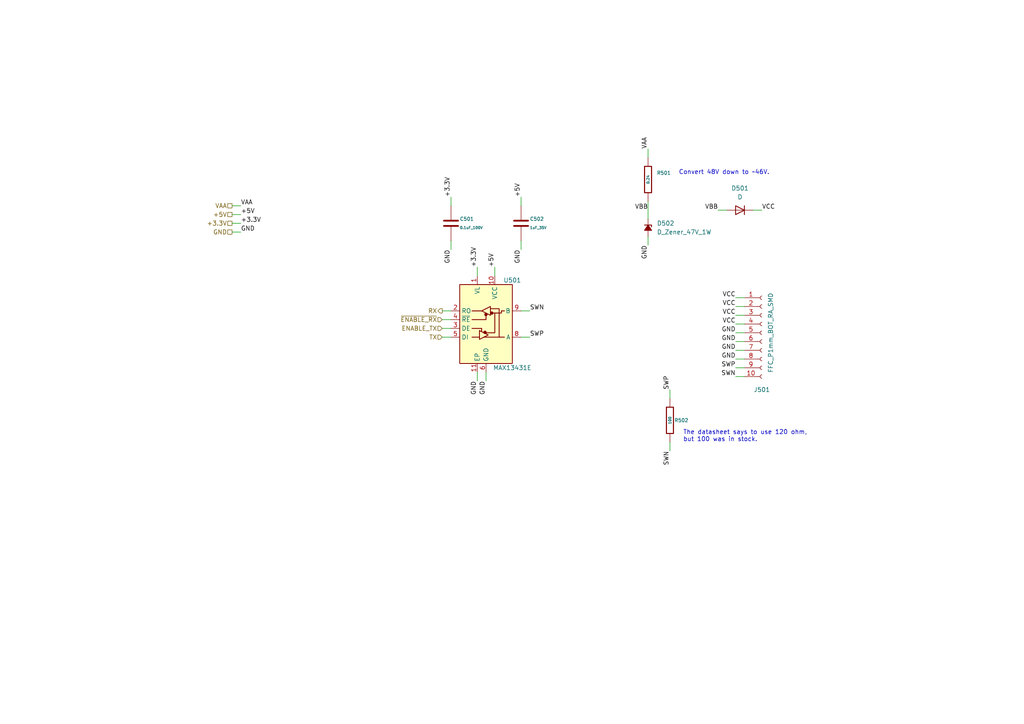
<source format=kicad_sch>
(kicad_sch (version 20230121) (generator eeschema)
  (paper "A4")
  (title_block (title "cluster-pcb") (date "2024-07-16") (rev "1.0") (company "Howard Hughes Medical Institute"))
  (lib_symbols
    (symbol "Janelia:C_0.1uF_100V_0402" (pin_numbers hide) (pin_names (offset 0.254))
      (property "Reference" "C" (at 0 2.54 0))
      (property "Value" "0.1uF_100V" (at 0 0 0))
      (symbol "C_0.1uF_100V_0402_0_1"
        (polyline (pts (xy -2.032 -0.762) (xy 2.032 -0.762)) (stroke (width 0.508)))
        (polyline (pts (xy -2.032 0.762) (xy 2.032 0.762)) (stroke (width 0.508)))
      )
      (symbol "C_0.1uF_100V_0402_1_1"
        (pin passive line (at 0 5.08 270) (length 4.318) (name "~") (number "1"))
        (pin passive line (at 0 -5.08 90) (length 4.318) (name "~") (number "2"))
      )
    )
    (symbol "Janelia:C_1uF_35V_0402" (pin_numbers hide) (pin_names (offset 0.254))
      (property "Reference" "C" (at 0 2.54 0))
      (property "Value" "1uF_35V" (at 0 0 0))
      (symbol "C_1uF_35V_0402_0_1"
        (polyline (pts (xy -2.032 -0.762) (xy 2.032 -0.762)) (stroke (width 0.508)))
        (polyline (pts (xy -2.032 0.762) (xy 2.032 0.762)) (stroke (width 0.508)))
      )
      (symbol "C_1uF_35V_0402_1_1"
        (pin passive line (at 0 5.08 270) (length 4.318) (name "~") (number "1"))
        (pin passive line (at 0 -5.08 90) (length 4.318) (name "~") (number "2"))
      )
    )
    (symbol "Janelia:Conn_01x10_FFC_P1mm_BOT_RA_SMD" (pin_names (offset 1.016) hide)
      (property "Reference" "J" (at 0 12.7 0))
      (property "Value" "FFC_P1mm_BOT_RA_SMD" (at 0 -15.24 0))
      (symbol "Conn_01x10_FFC_P1mm_BOT_RA_SMD_1_1"
        (arc (start 0 -12.192) (mid -0.5058 -12.7) (end 0 -13.208) (stroke (width 0.1524)))
        (arc (start 0 -9.652) (mid -0.5058 -10.16) (end 0 -10.668) (stroke (width 0.1524)))
        (arc (start 0 -7.112) (mid -0.5058 -7.62) (end 0 -8.128) (stroke (width 0.1524)))
        (arc (start 0 -4.572) (mid -0.5058 -5.08) (end 0 -5.588) (stroke (width 0.1524)))
        (arc (start 0 -2.032) (mid -0.5058 -2.54) (end 0 -3.048) (stroke (width 0.1524)))
        (polyline (pts (xy -1.27 -12.7) (xy -0.508 -12.7)) (stroke (width 0.1524)))
        (polyline (pts (xy -1.27 -10.16) (xy -0.508 -10.16)) (stroke (width 0.1524)))
        (polyline (pts (xy -1.27 -7.62) (xy -0.508 -7.62)) (stroke (width 0.1524)))
        (polyline (pts (xy -1.27 -5.08) (xy -0.508 -5.08)) (stroke (width 0.1524)))
        (polyline (pts (xy -1.27 -2.54) (xy -0.508 -2.54)) (stroke (width 0.1524)))
        (polyline (pts (xy -1.27 0) (xy -0.508 0)) (stroke (width 0.1524)))
        (polyline (pts (xy -1.27 2.54) (xy -0.508 2.54)) (stroke (width 0.1524)))
        (polyline (pts (xy -1.27 5.08) (xy -0.508 5.08)) (stroke (width 0.1524)))
        (polyline (pts (xy -1.27 7.62) (xy -0.508 7.62)) (stroke (width 0.1524)))
        (polyline (pts (xy -1.27 10.16) (xy -0.508 10.16)) (stroke (width 0.1524)))
        (arc (start 0 0.508) (mid -0.5058 0) (end 0 -0.508) (stroke (width 0.1524)))
        (arc (start 0 3.048) (mid -0.5058 2.54) (end 0 2.032) (stroke (width 0.1524)))
        (arc (start 0 5.588) (mid -0.5058 5.08) (end 0 4.572) (stroke (width 0.1524)))
        (arc (start 0 8.128) (mid -0.5058 7.62) (end 0 7.112) (stroke (width 0.1524)))
        (arc (start 0 10.668) (mid -0.5058 10.16) (end 0 9.652) (stroke (width 0.1524)))
        (pin passive line (at -5.08 10.16 0) (length 3.81) (name "Pin_1") (number "1"))
        (pin passive line (at -5.08 -12.7 0) (length 3.81) (name "Pin_10") (number "10"))
        (pin passive line (at -5.08 7.62 0) (length 3.81) (name "Pin_2") (number "2"))
        (pin passive line (at -5.08 5.08 0) (length 3.81) (name "Pin_3") (number "3"))
        (pin passive line (at -5.08 2.54 0) (length 3.81) (name "Pin_4") (number "4"))
        (pin passive line (at -5.08 0 0) (length 3.81) (name "Pin_5") (number "5"))
        (pin passive line (at -5.08 -2.54 0) (length 3.81) (name "Pin_6") (number "6"))
        (pin passive line (at -5.08 -5.08 0) (length 3.81) (name "Pin_7") (number "7"))
        (pin passive line (at -5.08 -7.62 0) (length 3.81) (name "Pin_8") (number "8"))
        (pin passive line (at -5.08 -10.16 0) (length 3.81) (name "Pin_9") (number "9"))
      )
    )
    (symbol "Janelia:D_1.25V@2A_400V" (pin_numbers hide) (pin_names (offset 1.016) hide)
      (property "Reference" "D" (at 0 2.54 0))
      (property "Value" "D" (at 0 -2.54 0))
      (symbol "D_1.25V@2A_400V_0_1"
        (polyline (pts (xy -1.27 1.27) (xy -1.27 -1.27)) (stroke (width 0.254)))
        (polyline (pts (xy 1.27 0) (xy -1.27 0)))
        (polyline (pts (xy 1.27 1.27) (xy 1.27 -1.27) (xy -1.27 0) (xy 1.27 1.27)) (stroke (width 0.254)))
      )
      (symbol "D_1.25V@2A_400V_1_1"
        (pin passive line (at -3.81 0 0) (length 2.54) (name "K") (number "1"))
        (pin passive line (at 3.81 0 180) (length 2.54) (name "A") (number "2"))
      )
    )
    (symbol "Janelia:D_Zener_47V_1W" (pin_numbers hide) (pin_names (offset 0.254) hide)
      (property "Reference" "D" (at 0 2.286 0))
      (property "Value" "D_Zener_47V_1W" (at 0 -2.286 0))
      (symbol "D_Zener_47V_1W_0_1"
        (polyline (pts (xy 0.762 0) (xy -0.762 0)))
        (polyline (pts (xy -0.254 1.016) (xy -0.762 1.016) (xy -0.762 -1.016)) (stroke (width 0.254)))
        (polyline (pts (xy 0.762 1.016) (xy -0.762 0) (xy 0.762 -1.016) (xy 0.762 1.016)) (stroke (width 0.254)) (fill (type outline)))
      )
      (symbol "D_Zener_47V_1W_1_1"
        (pin passive line (at -2.54 0 0) (length 1.778) (name "K") (number "1"))
        (pin passive line (at 2.54 0 180) (length 1.778) (name "A") (number "2"))
      )
    )
    (symbol "Janelia:MAX13431E"
      (property "Reference" "U" (at 7.62 11.43 0))
      (property "Value" "MAX13431E" (at 7.62 -13.97 0))
      (symbol "MAX13431E_0_1"
        (rectangle (start -7.62 10.16) (end 7.62 -12.7) (stroke (width 0.254)) (fill (type background)))
        (circle (center -0.3048 -3.683) (radius 0.3556) (stroke (width 0.254)) (fill (type outline)))
        (circle (center -0.0254 1.4986) (radius 0.3556) (stroke (width 0.254)) (fill (type outline)))
        (polyline (pts (xy -4.064 -5.08) (xy -1.905 -5.08)) (stroke (width 0.254)))
        (polyline (pts (xy -4.064 2.54) (xy -1.27 2.54)) (stroke (width 0.254)))
        (polyline (pts (xy -1.27 -3.2004) (xy -1.27 -3.4544)) (stroke (width 0.254)))
        (polyline (pts (xy -0.635 -5.08) (xy 5.334 -5.08)) (stroke (width 0.254)))
        (polyline (pts (xy -4.064 -2.54) (xy -1.27 -2.54) (xy -1.27 -3.175)) (stroke (width 0.254)))
        (polyline (pts (xy 0 1.27) (xy 0 0) (xy -4.064 0)) (stroke (width 0.254)))
        (polyline (pts (xy 1.27 3.175) (xy 3.81 3.175) (xy 3.81 -5.08)) (stroke (width 0.254)))
        (polyline (pts (xy 2.54 1.905) (xy 2.54 -3.81) (xy 0 -3.81)) (stroke (width 0.254)))
        (polyline (pts (xy -1.905 -3.175) (xy -1.905 -5.715) (xy 0.635 -4.445) (xy -1.905 -3.175)) (stroke (width 0.254)))
        (polyline (pts (xy -1.27 2.54) (xy 1.27 3.81) (xy 1.27 1.27) (xy -1.27 2.54)) (stroke (width 0.254)))
        (polyline (pts (xy 1.905 1.905) (xy 4.445 1.905) (xy 4.445 2.54) (xy 5.334 2.54)) (stroke (width 0.254)))
        (rectangle (start 1.27 3.175) (end 1.27 3.175))
        (circle (center 1.651 1.905) (radius 0.3556) (stroke (width 0.254)) (fill (type outline)))
      )
      (symbol "MAX13431E_1_1"
        (pin power_in line (at -2.54 12.7 270) (length 2.54) (name "VL") (number "1"))
        (pin power_in line (at 2.54 12.7 270) (length 2.54) (name "VCC") (number "10"))
        (pin power_in line (at -2.54 -15.24 90) (length 2.54) (name "EP") (number "11"))
        (pin passive line (at -10.16 2.54 0) (length 2.54) (name "RO") (number "2"))
        (pin input line (at -10.16 -2.54 0) (length 2.54) (name "DE") (number "3"))
        (pin input line (at -10.16 0 0) (length 2.54) (name "~{RE}") (number "4"))
        (pin passive line (at -10.16 -5.08 0) (length 2.54) (name "DI") (number "5"))
        (pin power_in line (at 0 -15.24 90) (length 2.54) (name "GND") (number "6"))
        (pin bidirectional line (at 10.16 -5.08 180) (length 2.54) (name "A") (number "8"))
        (pin bidirectional line (at 10.16 2.54 180) (length 2.54) (name "B") (number "9"))
      )
    )
    (symbol "Janelia:R_0.240_1W_2512" (pin_numbers hide) (pin_names (offset 0))
      (property "Reference" "R" (at 2.032 0 90))
      (property "Value" "0.24" (at 0 0 90))
      (symbol "R_0.240_1W_2512_0_1"
        (rectangle (start -1.016 3.81) (end 1.016 -3.81) (stroke (width 0.3048)))
      )
      (symbol "R_0.240_1W_2512_1_1"
        (pin passive line (at 0 6.35 270) (length 2.54) (name "~") (number "1"))
        (pin passive line (at 0 -6.35 90) (length 2.54) (name "~") (number "2"))
      )
    )
    (symbol "Janelia:R_100_0402" (pin_numbers hide) (pin_names (offset 0))
      (property "Reference" "R" (at 2.54 1.27 0))
      (property "Value" "100" (at 0 0 90))
      (symbol "R_100_0402_0_1"
        (rectangle (start -1.016 3.81) (end 1.016 -3.81) (stroke (width 0.3048)))
      )
      (symbol "R_100_0402_1_1"
        (pin passive line (at 0 6.35 270) (length 2.54) (name "~") (number "1"))
        (pin passive line (at 0 -6.35 90) (length 2.54) (name "~") (number "2"))
      )
    )
  )
  (wire (pts (xy 128.27 95.25) (xy 130.81 95.25)))
  (wire (pts (xy 138.43 107.95) (xy 138.43 110.49)))
  (wire (pts (xy 215.9 96.52) (xy 213.36 96.52)))
  (wire (pts (xy 140.97 107.95) (xy 140.97 110.49)))
  (wire (pts (xy 215.9 106.68) (xy 213.36 106.68)))
  (wire (pts (xy 130.81 69.85) (xy 130.81 72.39)))
  (wire (pts (xy 151.13 69.85) (xy 151.13 72.39)))
  (wire (pts (xy 67.31 62.23) (xy 69.85 62.23)))
  (wire (pts (xy 218.44 60.96) (xy 220.98 60.96)))
  (wire (pts (xy 128.27 90.17) (xy 130.81 90.17)))
  (wire (pts (xy 151.13 97.79) (xy 153.67 97.79)))
  (wire (pts (xy 194.31 128.27) (xy 194.31 130.81)))
  (wire (pts (xy 128.27 97.79) (xy 130.81 97.79)))
  (wire (pts (xy 67.31 59.69) (xy 69.85 59.69)))
  (wire (pts (xy 143.51 80.01) (xy 143.51 77.47)))
  (wire (pts (xy 67.31 67.31) (xy 69.85 67.31)))
  (wire (pts (xy 128.27 92.71) (xy 130.81 92.71)))
  (wire (pts (xy 215.9 99.06) (xy 213.36 99.06)))
  (wire (pts (xy 210.82 60.96) (xy 208.28 60.96)))
  (wire (pts (xy 215.9 88.9) (xy 213.36 88.9)))
  (wire (pts (xy 187.96 68.58) (xy 187.96 71.12)))
  (wire (pts (xy 194.31 115.57) (xy 194.31 113.03)))
  (wire (pts (xy 151.13 90.17) (xy 153.67 90.17)))
  (wire (pts (xy 215.9 86.36) (xy 213.36 86.36)))
  (wire (pts (xy 67.31 64.77) (xy 69.85 64.77)))
  (wire (pts (xy 215.9 109.22) (xy 213.36 109.22)))
  (wire (pts (xy 151.13 59.69) (xy 151.13 57.15)))
  (wire (pts (xy 215.9 91.44) (xy 213.36 91.44)))
  (wire (pts (xy 138.43 80.01) (xy 138.43 77.47)))
  (wire (pts (xy 130.81 59.69) (xy 130.81 57.15)))
  (wire (pts (xy 215.9 104.14) (xy 213.36 104.14)))
  (wire (pts (xy 215.9 93.98) (xy 213.36 93.98)))
  (wire (pts (xy 187.96 58.42) (xy 187.96 63.5)))
  (wire (pts (xy 187.96 45.72) (xy 187.96 43.18)))
  (wire (pts (xy 215.9 101.6) (xy 213.36 101.6)))
  (text "The datasheet says to use 120 ohm,\nbut 100 was in stock.\n" (at 198.12 128.27 0) (effects (font (size 1.27 1.27)) (justify left bottom)))
  (text "Convert 48V down to ~46V.\n" (at 196.85 50.8 0) (effects (font (size 1.27 1.27)) (justify left bottom)))
  (label "SWN" (at 153.67 90.17 0))
  (label "VCC" (at 213.36 91.44 180))
  (label "GND" (at 69.85 67.31 0))
  (label "VCC" (at 213.36 88.9 180))
  (label "SWP" (at 213.36 106.68 180))
  (label "GND" (at 140.97 110.49 270))
  (label "+5V" (at 151.13 57.15 90))
  (label "VCC" (at 220.98 60.96 0))
  (label "GND" (at 130.81 72.39 270))
  (label "VBB" (at 187.96 60.96 180))
  (label "+3.3V" (at 138.43 77.47 90))
  (label "VAA" (at 187.96 43.18 90))
  (label "+3.3V" (at 130.81 57.15 90))
  (label "GND" (at 213.36 99.06 180))
  (label "+5V" (at 69.85 62.23 0))
  (label "+3.3V" (at 69.85 64.77 0))
  (label "GND" (at 213.36 101.6 180))
  (label "+5V" (at 143.51 77.47 90))
  (label "VCC" (at 213.36 93.98 180))
  (label "VBB" (at 208.28 60.96 180))
  (label "GND" (at 187.96 71.12 270))
  (label "SWN" (at 194.31 130.81 270))
  (label "GND" (at 213.36 104.14 180))
  (label "SWN" (at 213.36 109.22 180))
  (label "VAA" (at 69.85 59.69 0))
  (label "VCC" (at 213.36 86.36 180))
  (label "GND" (at 138.43 110.49 270))
  (label "GND" (at 213.36 96.52 180))
  (label "SWP" (at 194.31 113.03 90))
  (label "SWP" (at 153.67 97.79 0))
  (label "GND" (at 151.13 72.39 270))
  (hierarchical_label "~{ENABLE_RX}" (shape input) (at 128.27 92.71 180))
  (hierarchical_label "TX" (shape input) (at 128.27 97.79 180))
  (hierarchical_label "+5V" (shape passive) (at 67.31 62.23 180))
  (hierarchical_label "+3.3V" (shape passive) (at 67.31 64.77 180))
  (hierarchical_label "GND" (shape passive) (at 67.31 67.31 180))
  (hierarchical_label "RX" (shape output) (at 128.27 90.17 180))
  (hierarchical_label "VAA" (shape passive) (at 67.31 59.69 180))
  (hierarchical_label "ENABLE_TX" (shape input) (at 128.27 95.25 180))
  (symbol (lib_id "Janelia:D_1.25V@2A_400V") (at 214.63 60.96 180) (unit 1)
    (property "Reference" "D501" (at 214.63 54.61 0))
    (property "Value" "D" (at 214.63 57.15 0))
    (property "Footprint" "Janelia:D_SMB" (effects hide))
    (property "Sim.Device" "D" (effects hide))
    (property "Sim.Pins" "1=K 2=A" (effects hide))
    (property "Synopsis" "DIODE GEN PURP 400V 2A" (effects hide))
    (property "Package" "SMB" (effects hide))
    (property "Manufacturer" "ShunYe" (effects hide))
    (property "Manufacturer Part Number" "ES2G" (effects hide))
    (property "Vendor" "Digi-Key" (effects hide))
    (property "Vendor Part Number" "ES2G-FDICT-ND" (effects hide))
    (property "LCSC" "C4944961" (effects hide))
    (instances (project "cluster-pcb" (path "" (reference "D501") (unit 1)) (path "" (reference "D601") (unit 1)) (path "" (reference "D701") (unit 1)) (path "" (reference "D801") (unit 1)) (path "" (reference "D901") (unit 1)) (path "" (reference "D1001") (unit 1)) (path "" (reference "D1101") (unit 1))))
  )
  (symbol (lib_id "Janelia:C_0.1uF_100V_0402") (at 130.81 64.77 0) (unit 1)
    (property "Reference" "C501" (at 133.35 63.5 0) (effects (font (size 1.016 1.016)) (justify left)))
    (property "Value" "0.1uF_100V" (at 133.35 66.04 0) (effects (font (size 0.762 0.762)) (justify left)))
    (property "Footprint" "Janelia:C_0402_1005Metric" (effects hide))
    (property "Vendor" "Digi-Key" (effects hide))
    (property "Vendor Part Number" "490-10458-1-ND" (effects hide))
    (property "Synopsis" "CAP CER 0.1UF 100V X5R" (effects hide))
    (property "Manufacturer" "Murata Electronics" (effects hide))
    (property "Manufacturer Part Number" "GRM155R62A104KE14D" (effects hide))
    (property "Package" "0402" (effects hide))
    (property "LCSC" "C162178" (effects hide))
    (instances (project "cluster-pcb" (path "" (reference "C501") (unit 1)) (path "" (reference "C601") (unit 1)) (path "" (reference "C701") (unit 1)) (path "" (reference "C801") (unit 1)) (path "" (reference "C901") (unit 1)) (path "" (reference "C1001") (unit 1)) (path "" (reference "C1101") (unit 1))))
  )
  (symbol (lib_id "Janelia:C_1uF_35V_0402") (at 151.13 64.77 0) (unit 1)
    (property "Reference" "C502" (at 153.67 63.5 0) (effects (font (size 1.016 1.016)) (justify left)))
    (property "Value" "1uF_35V" (at 153.67 66.04 0) (effects (font (size 0.762 0.762)) (justify left)))
    (property "Footprint" "Janelia:C_0402_1005Metric" (effects hide))
    (property "Vendor" "Digi-Key" (effects hide))
    (property "Vendor Part Number" "1276-6796-1-ND" (effects hide))
    (property "Synopsis" "CAP CER 1UF 35V X5R" (effects hide))
    (property "Package" "0402" (effects hide))
    (property "Manufacturer" "Samsung Electro-Mechanics" (effects hide))
    (property "Manufacturer Part Number" "CL05A105KL5NRNC" (effects hide))
    (property "LCSC" "C307413" (effects hide))
    (instances (project "cluster-pcb" (path "" (reference "C502") (unit 1)) (path "" (reference "C602") (unit 1)) (path "" (reference "C702") (unit 1)) (path "" (reference "C802") (unit 1)) (path "" (reference "C902") (unit 1)) (path "" (reference "C1002") (unit 1)) (path "" (reference "C1102") (unit 1))))
  )
  (symbol (lib_id "Janelia:R_0.240_1W_2512") (at 187.96 52.07 0) (unit 1)
    (property "Reference" "R501" (at 190.5 50.165 0) (effects (font (size 1.016 1.016)) (justify left)))
    (property "Value" "0.24" (at 187.96 52.07 90) (effects (font (size 0.762 0.762))))
    (property "Footprint" "Janelia:R_2512_6332Metric" (effects hide))
    (property "Vendor" "JLCPCB" (effects hide))
    (property "Vendor Part Number" "C2960776" (effects hide))
    (property "Synopsis" "1W 240m Surface Mount Resistor" (effects hide))
    (property "Package" "2512" (effects hide))
    (property "Manufacturer" "FOJAN" (effects hide))
    (property "Manufacturer Part Number" "FRL2512JR240TS" (effects hide))
    (property "LCSC" "C2960776" (effects hide))
    (instances (project "cluster-pcb" (path "" (reference "R501") (unit 1)) (path "" (reference "R601") (unit 1)) (path "" (reference "R701") (unit 1)) (path "" (reference "R801") (unit 1)) (path "" (reference "R901") (unit 1)) (path "" (reference "R1001") (unit 1)) (path "" (reference "R1101") (unit 1))))
  )
  (symbol (lib_id "Janelia:D_Zener_47V_1W") (at 187.96 66.04 270) (unit 1)
    (property "Reference" "D502" (at 190.5 64.77 90) (effects (justify left)))
    (property "Value" "D_Zener_47V_1W" (at 190.5 67.31 90) (effects (justify left)))
    (property "Footprint" "Janelia:D_SMA" (effects hide))
    (property "Synopsis" "DIODE ZENER 47V 1W" (effects hide))
    (property "Manufacturer" "Shikues" (effects hide))
    (property "Manufacturer Part Number" "1SMAF4756A" (effects hide))
    (property "Vendor" "Digi-Key" (effects hide))
    (property "Vendor Part Number" "3372-1SMA4756ATR-ND" (effects hide))
    (property "Package" "SMAF" (effects hide))
    (property "LCSC" "C475448" (effects hide))
    (instances (project "cluster-pcb" (path "" (reference "D502") (unit 1)) (path "" (reference "D602") (unit 1)) (path "" (reference "D702") (unit 1)) (path "" (reference "D802") (unit 1)) (path "" (reference "D902") (unit 1)) (path "" (reference "D1002") (unit 1)) (path "" (reference "D1102") (unit 1))))
  )
  (symbol (lib_id "Janelia:MAX13431E") (at 140.97 92.71 0) (unit 1)
    (property "Reference" "U501" (at 148.59 81.28 0))
    (property "Value" "MAX13431E" (at 148.59 106.68 0))
    (property "Footprint" "Janelia:21-0137I_T1033-1_MXM" (effects hide))
    (property "Synopsis" "IC TRANSCEIVER HALF 1/1" (effects hide))
    (property "Manufacturer" "Analog Devices Inc./Maxim Integrated" (effects hide))
    (property "Manufacturer Part Number" "MAX13431EETB+T" (effects hide))
    (property "Vendor" "Digi-Key" (effects hide))
    (property "Vendor Part Number" "MAX13431EETB+TCT-ND" (effects hide))
    (property "LCSC" "C2672811" (effects hide))
    (property "Package" "TDFN-10-EP(3x3)" (effects hide))
    (instances (project "cluster-pcb" (path "" (reference "U501") (unit 1)) (path "" (reference "U601") (unit 1)) (path "" (reference "U701") (unit 1)) (path "" (reference "U801") (unit 1)) (path "" (reference "U901") (unit 1)) (path "" (reference "U1001") (unit 1)) (path "" (reference "U1101") (unit 1))))
  )
  (symbol (lib_id "Janelia:Conn_01x10_FFC_P1mm_BOT_RA_SMD") (at 220.98 96.52 0) (unit 1)
    (property "Reference" "J501" (at 220.98 113.03 0))
    (property "Value" "FFC_P1mm_BOT_RA_SMD" (at 223.52 96.52 90))
    (property "Footprint" "Janelia:CONN_C2914097" (effects hide))
    (property "Synopsis" "CONN FFC FPC BOTTOM 10POS 1MM RA" (effects hide))
    (property "Package" "SMD P=1mm" (effects hide))
    (property "Manufacturer" "HDGC" (effects hide))
    (property "Manufacturer Part Number" "1.0K-FX-10PWBG" (effects hide))
    (property "Vendor" "JLCPCB" (effects hide))
    (property "Vendor Part Number" "C2914097" (effects hide))
    (property "LCSC" "C2914097" (effects hide))
    (instances (project "cluster-pcb" (path "" (reference "J501") (unit 1)) (path "" (reference "J601") (unit 1)) (path "" (reference "J701") (unit 1)) (path "" (reference "J801") (unit 1)) (path "" (reference "J901") (unit 1)) (path "" (reference "J1001") (unit 1)) (path "" (reference "J1101") (unit 1))))
  )
  (symbol (lib_id "Janelia:R_100_0402") (at 194.31 121.92 0) (unit 1)
    (property "Reference" "R502" (at 195.58 121.92 0) (effects (font (size 1.016 1.016)) (justify left)))
    (property "Value" "100" (at 194.31 121.92 90) (effects (font (size 0.762 0.762))))
    (property "Footprint" "Janelia:R_0402_1005Metric" (effects hide))
    (property "Vendor" "JLCPCB" (effects hide))
    (property "Vendor Part Number" "C25076" (effects hide))
    (property "Synopsis" "RES SMD 100 OHM 1% 62.5mW" (effects hide))
    (property "Package" "0402" (effects hide))
    (property "Manufacturer" "UNI-ROYAL(Uniroyal Elec)" (effects hide))
    (property "Manufacturer Part Number" "0402WGF1000TCE" (effects hide))
    (property "LCSC" "C25076" (effects hide))
    (instances (project "cluster-pcb" (path "" (reference "R502") (unit 1)) (path "" (reference "R602") (unit 1)) (path "" (reference "R702") (unit 1)) (path "" (reference "R802") (unit 1)) (path "" (reference "R902") (unit 1)) (path "" (reference "R1002") (unit 1)) (path "" (reference "R1102") (unit 1))))
  )
)
</source>
